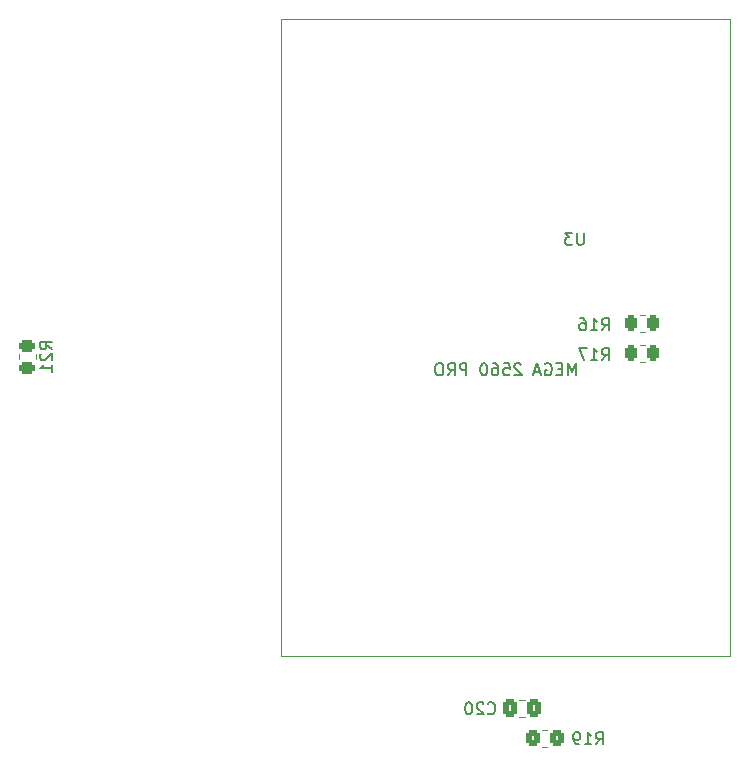
<source format=gbo>
G04 #@! TF.GenerationSoftware,KiCad,Pcbnew,(6.0.1)*
G04 #@! TF.CreationDate,2022-02-06T00:08:44-05:00*
G04 #@! TF.ProjectId,klxecu,6b6c7865-6375-42e6-9b69-6361645f7063,rev?*
G04 #@! TF.SameCoordinates,Original*
G04 #@! TF.FileFunction,Legend,Bot*
G04 #@! TF.FilePolarity,Positive*
%FSLAX46Y46*%
G04 Gerber Fmt 4.6, Leading zero omitted, Abs format (unit mm)*
G04 Created by KiCad (PCBNEW (6.0.1)) date 2022-02-06 00:08:44*
%MOMM*%
%LPD*%
G01*
G04 APERTURE LIST*
G04 Aperture macros list*
%AMRoundRect*
0 Rectangle with rounded corners*
0 $1 Rounding radius*
0 $2 $3 $4 $5 $6 $7 $8 $9 X,Y pos of 4 corners*
0 Add a 4 corners polygon primitive as box body*
4,1,4,$2,$3,$4,$5,$6,$7,$8,$9,$2,$3,0*
0 Add four circle primitives for the rounded corners*
1,1,$1+$1,$2,$3*
1,1,$1+$1,$4,$5*
1,1,$1+$1,$6,$7*
1,1,$1+$1,$8,$9*
0 Add four rect primitives between the rounded corners*
20,1,$1+$1,$2,$3,$4,$5,0*
20,1,$1+$1,$4,$5,$6,$7,0*
20,1,$1+$1,$6,$7,$8,$9,0*
20,1,$1+$1,$8,$9,$2,$3,0*%
G04 Aperture macros list end*
%ADD10C,0.150000*%
%ADD11C,0.120000*%
%ADD12C,4.400000*%
%ADD13C,1.500000*%
%ADD14R,1.700000X1.700000*%
%ADD15O,1.700000X1.700000*%
%ADD16O,3.500000X3.500000*%
%ADD17R,2.000000X1.905000*%
%ADD18O,2.000000X1.905000*%
%ADD19R,1.600000X1.600000*%
%ADD20O,1.600000X1.600000*%
%ADD21C,1.524000*%
%ADD22C,1.800000*%
%ADD23RoundRect,0.250000X0.450000X-0.262500X0.450000X0.262500X-0.450000X0.262500X-0.450000X-0.262500X0*%
%ADD24RoundRect,0.250000X-0.350000X-0.450000X0.350000X-0.450000X0.350000X0.450000X-0.350000X0.450000X0*%
%ADD25RoundRect,0.250000X0.262500X0.450000X-0.262500X0.450000X-0.262500X-0.450000X0.262500X-0.450000X0*%
%ADD26O,2.200000X2.200000*%
%ADD27R,2.200000X2.200000*%
%ADD28C,1.600000*%
%ADD29RoundRect,0.250000X-0.337500X-0.475000X0.337500X-0.475000X0.337500X0.475000X-0.337500X0.475000X0*%
%ADD30C,3.800000*%
%ADD31C,1.700000*%
G04 APERTURE END LIST*
D10*
X86486904Y-67904880D02*
X86486904Y-68714404D01*
X86439285Y-68809642D01*
X86391666Y-68857261D01*
X86296428Y-68904880D01*
X86105952Y-68904880D01*
X86010714Y-68857261D01*
X85963095Y-68809642D01*
X85915476Y-68714404D01*
X85915476Y-67904880D01*
X85534523Y-67904880D02*
X84915476Y-67904880D01*
X85248809Y-68285833D01*
X85105952Y-68285833D01*
X85010714Y-68333452D01*
X84963095Y-68381071D01*
X84915476Y-68476309D01*
X84915476Y-68714404D01*
X84963095Y-68809642D01*
X85010714Y-68857261D01*
X85105952Y-68904880D01*
X85391666Y-68904880D01*
X85486904Y-68857261D01*
X85534523Y-68809642D01*
X85794272Y-79947869D02*
X85794272Y-78947869D01*
X85460939Y-79662155D01*
X85127606Y-78947869D01*
X85127606Y-79947869D01*
X84651415Y-79424060D02*
X84318082Y-79424060D01*
X84175225Y-79947869D02*
X84651415Y-79947869D01*
X84651415Y-78947869D01*
X84175225Y-78947869D01*
X83222844Y-78995489D02*
X83318082Y-78947869D01*
X83460939Y-78947869D01*
X83603796Y-78995489D01*
X83699034Y-79090727D01*
X83746653Y-79185965D01*
X83794272Y-79376441D01*
X83794272Y-79519298D01*
X83746653Y-79709774D01*
X83699034Y-79805012D01*
X83603796Y-79900250D01*
X83460939Y-79947869D01*
X83365701Y-79947869D01*
X83222844Y-79900250D01*
X83175225Y-79852631D01*
X83175225Y-79519298D01*
X83365701Y-79519298D01*
X82794272Y-79662155D02*
X82318082Y-79662155D01*
X82889511Y-79947869D02*
X82556177Y-78947869D01*
X82222844Y-79947869D01*
X81175225Y-79043108D02*
X81127606Y-78995489D01*
X81032368Y-78947869D01*
X80794272Y-78947869D01*
X80699034Y-78995489D01*
X80651415Y-79043108D01*
X80603796Y-79138346D01*
X80603796Y-79233584D01*
X80651415Y-79376441D01*
X81222844Y-79947869D01*
X80603796Y-79947869D01*
X79699034Y-78947869D02*
X80175225Y-78947869D01*
X80222844Y-79424060D01*
X80175225Y-79376441D01*
X80079987Y-79328822D01*
X79841891Y-79328822D01*
X79746653Y-79376441D01*
X79699034Y-79424060D01*
X79651415Y-79519298D01*
X79651415Y-79757393D01*
X79699034Y-79852631D01*
X79746653Y-79900250D01*
X79841891Y-79947869D01*
X80079987Y-79947869D01*
X80175225Y-79900250D01*
X80222844Y-79852631D01*
X78794272Y-78947869D02*
X78984749Y-78947869D01*
X79079987Y-78995489D01*
X79127606Y-79043108D01*
X79222844Y-79185965D01*
X79270463Y-79376441D01*
X79270463Y-79757393D01*
X79222844Y-79852631D01*
X79175225Y-79900250D01*
X79079987Y-79947869D01*
X78889511Y-79947869D01*
X78794272Y-79900250D01*
X78746653Y-79852631D01*
X78699034Y-79757393D01*
X78699034Y-79519298D01*
X78746653Y-79424060D01*
X78794272Y-79376441D01*
X78889511Y-79328822D01*
X79079987Y-79328822D01*
X79175225Y-79376441D01*
X79222844Y-79424060D01*
X79270463Y-79519298D01*
X78079987Y-78947869D02*
X77984749Y-78947869D01*
X77889510Y-78995489D01*
X77841891Y-79043108D01*
X77794272Y-79138346D01*
X77746653Y-79328822D01*
X77746653Y-79566917D01*
X77794272Y-79757393D01*
X77841891Y-79852631D01*
X77889510Y-79900250D01*
X77984749Y-79947869D01*
X78079987Y-79947869D01*
X78175225Y-79900250D01*
X78222844Y-79852631D01*
X78270463Y-79757393D01*
X78318082Y-79566917D01*
X78318082Y-79328822D01*
X78270463Y-79138346D01*
X78222844Y-79043108D01*
X78175225Y-78995489D01*
X78079987Y-78947869D01*
X76556177Y-79947869D02*
X76556177Y-78947869D01*
X76175225Y-78947869D01*
X76079987Y-78995489D01*
X76032368Y-79043108D01*
X75984749Y-79138346D01*
X75984749Y-79281203D01*
X76032368Y-79376441D01*
X76079987Y-79424060D01*
X76175225Y-79471679D01*
X76556177Y-79471679D01*
X74984749Y-79947869D02*
X75318082Y-79471679D01*
X75556177Y-79947869D02*
X75556177Y-78947869D01*
X75175225Y-78947869D01*
X75079987Y-78995489D01*
X75032368Y-79043108D01*
X74984749Y-79138346D01*
X74984749Y-79281203D01*
X75032368Y-79376441D01*
X75079987Y-79424060D01*
X75175225Y-79471679D01*
X75556177Y-79471679D01*
X74365701Y-78947869D02*
X74175225Y-78947869D01*
X74079987Y-78995489D01*
X73984749Y-79090727D01*
X73937130Y-79281203D01*
X73937130Y-79614536D01*
X73984749Y-79805012D01*
X74079987Y-79900250D01*
X74175225Y-79947869D01*
X74365701Y-79947869D01*
X74460939Y-79900250D01*
X74556177Y-79805012D01*
X74603796Y-79614536D01*
X74603796Y-79281203D01*
X74556177Y-79090727D01*
X74460939Y-78995489D01*
X74365701Y-78947869D01*
X41472380Y-77739642D02*
X40996190Y-77406309D01*
X41472380Y-77168214D02*
X40472380Y-77168214D01*
X40472380Y-77549166D01*
X40520000Y-77644404D01*
X40567619Y-77692023D01*
X40662857Y-77739642D01*
X40805714Y-77739642D01*
X40900952Y-77692023D01*
X40948571Y-77644404D01*
X40996190Y-77549166D01*
X40996190Y-77168214D01*
X40567619Y-78120595D02*
X40520000Y-78168214D01*
X40472380Y-78263452D01*
X40472380Y-78501547D01*
X40520000Y-78596785D01*
X40567619Y-78644404D01*
X40662857Y-78692023D01*
X40758095Y-78692023D01*
X40900952Y-78644404D01*
X41472380Y-78072976D01*
X41472380Y-78692023D01*
X41472380Y-79644404D02*
X41472380Y-79072976D01*
X41472380Y-79358690D02*
X40472380Y-79358690D01*
X40615238Y-79263452D01*
X40710476Y-79168214D01*
X40758095Y-79072976D01*
X87510857Y-111196380D02*
X87844190Y-110720190D01*
X88082285Y-111196380D02*
X88082285Y-110196380D01*
X87701333Y-110196380D01*
X87606095Y-110244000D01*
X87558476Y-110291619D01*
X87510857Y-110386857D01*
X87510857Y-110529714D01*
X87558476Y-110624952D01*
X87606095Y-110672571D01*
X87701333Y-110720190D01*
X88082285Y-110720190D01*
X86558476Y-111196380D02*
X87129904Y-111196380D01*
X86844190Y-111196380D02*
X86844190Y-110196380D01*
X86939428Y-110339238D01*
X87034666Y-110434476D01*
X87129904Y-110482095D01*
X86082285Y-111196380D02*
X85891809Y-111196380D01*
X85796571Y-111148761D01*
X85748952Y-111101142D01*
X85653714Y-110958285D01*
X85606095Y-110767809D01*
X85606095Y-110386857D01*
X85653714Y-110291619D01*
X85701333Y-110244000D01*
X85796571Y-110196380D01*
X85987047Y-110196380D01*
X86082285Y-110244000D01*
X86129904Y-110291619D01*
X86177523Y-110386857D01*
X86177523Y-110624952D01*
X86129904Y-110720190D01*
X86082285Y-110767809D01*
X85987047Y-110815428D01*
X85796571Y-110815428D01*
X85701333Y-110767809D01*
X85653714Y-110720190D01*
X85606095Y-110624952D01*
X88018857Y-78684380D02*
X88352190Y-78208190D01*
X88590285Y-78684380D02*
X88590285Y-77684380D01*
X88209333Y-77684380D01*
X88114095Y-77732000D01*
X88066476Y-77779619D01*
X88018857Y-77874857D01*
X88018857Y-78017714D01*
X88066476Y-78112952D01*
X88114095Y-78160571D01*
X88209333Y-78208190D01*
X88590285Y-78208190D01*
X87066476Y-78684380D02*
X87637904Y-78684380D01*
X87352190Y-78684380D02*
X87352190Y-77684380D01*
X87447428Y-77827238D01*
X87542666Y-77922476D01*
X87637904Y-77970095D01*
X86733142Y-77684380D02*
X86066476Y-77684380D01*
X86495047Y-78684380D01*
X88018857Y-76144380D02*
X88352190Y-75668190D01*
X88590285Y-76144380D02*
X88590285Y-75144380D01*
X88209333Y-75144380D01*
X88114095Y-75192000D01*
X88066476Y-75239619D01*
X88018857Y-75334857D01*
X88018857Y-75477714D01*
X88066476Y-75572952D01*
X88114095Y-75620571D01*
X88209333Y-75668190D01*
X88590285Y-75668190D01*
X87066476Y-76144380D02*
X87637904Y-76144380D01*
X87352190Y-76144380D02*
X87352190Y-75144380D01*
X87447428Y-75287238D01*
X87542666Y-75382476D01*
X87637904Y-75430095D01*
X86209333Y-75144380D02*
X86399809Y-75144380D01*
X86495047Y-75192000D01*
X86542666Y-75239619D01*
X86637904Y-75382476D01*
X86685523Y-75572952D01*
X86685523Y-75953904D01*
X86637904Y-76049142D01*
X86590285Y-76096761D01*
X86495047Y-76144380D01*
X86304571Y-76144380D01*
X86209333Y-76096761D01*
X86161714Y-76049142D01*
X86114095Y-75953904D01*
X86114095Y-75715809D01*
X86161714Y-75620571D01*
X86209333Y-75572952D01*
X86304571Y-75525333D01*
X86495047Y-75525333D01*
X86590285Y-75572952D01*
X86637904Y-75620571D01*
X86685523Y-75715809D01*
X78366857Y-108561142D02*
X78414476Y-108608761D01*
X78557333Y-108656380D01*
X78652571Y-108656380D01*
X78795428Y-108608761D01*
X78890666Y-108513523D01*
X78938285Y-108418285D01*
X78985904Y-108227809D01*
X78985904Y-108084952D01*
X78938285Y-107894476D01*
X78890666Y-107799238D01*
X78795428Y-107704000D01*
X78652571Y-107656380D01*
X78557333Y-107656380D01*
X78414476Y-107704000D01*
X78366857Y-107751619D01*
X77985904Y-107751619D02*
X77938285Y-107704000D01*
X77843047Y-107656380D01*
X77604952Y-107656380D01*
X77509714Y-107704000D01*
X77462095Y-107751619D01*
X77414476Y-107846857D01*
X77414476Y-107942095D01*
X77462095Y-108084952D01*
X78033523Y-108656380D01*
X77414476Y-108656380D01*
X76795428Y-107656380D02*
X76700190Y-107656380D01*
X76604952Y-107704000D01*
X76557333Y-107751619D01*
X76509714Y-107846857D01*
X76462095Y-108037333D01*
X76462095Y-108275428D01*
X76509714Y-108465904D01*
X76557333Y-108561142D01*
X76604952Y-108608761D01*
X76700190Y-108656380D01*
X76795428Y-108656380D01*
X76890666Y-108608761D01*
X76938285Y-108561142D01*
X76985904Y-108465904D01*
X77033523Y-108275428D01*
X77033523Y-108037333D01*
X76985904Y-107846857D01*
X76938285Y-107751619D01*
X76890666Y-107704000D01*
X76795428Y-107656380D01*
D11*
X98889511Y-49755489D02*
X60889511Y-49755489D01*
X60889511Y-49755489D02*
X60889511Y-103755489D01*
X60889511Y-103755489D02*
X98889511Y-103755489D01*
X98889511Y-103755489D02*
X98889511Y-49755489D01*
X38635000Y-78609564D02*
X38635000Y-78155436D01*
X40105000Y-78609564D02*
X40105000Y-78155436D01*
X82957936Y-111427500D02*
X83412064Y-111427500D01*
X82957936Y-109957500D02*
X83412064Y-109957500D01*
X91667064Y-77370000D02*
X91212936Y-77370000D01*
X91667064Y-78840000D02*
X91212936Y-78840000D01*
X91667064Y-74830000D02*
X91212936Y-74830000D01*
X91667064Y-76300000D02*
X91212936Y-76300000D01*
X81018748Y-107417500D02*
X81541252Y-107417500D01*
X81018748Y-108887500D02*
X81541252Y-108887500D01*
%LPC*%
D12*
X101600000Y-36576000D03*
X102108000Y-116332000D03*
D13*
X50800000Y-101600000D03*
X48260000Y-101600000D03*
X45720000Y-101600000D03*
X38100000Y-101600000D03*
X40640000Y-101600000D03*
X71120000Y-109220000D03*
X71120000Y-106680000D03*
X68579523Y-109220000D03*
X68579523Y-106671449D03*
X66030973Y-111750973D03*
X66040000Y-109220000D03*
X66040000Y-106680000D03*
X63500000Y-111760000D03*
X63482423Y-109219999D03*
X63500000Y-106680000D03*
X60960000Y-111760000D03*
X60960000Y-109220000D03*
X60960000Y-106680000D03*
X58420000Y-111760000D03*
X58420000Y-109220000D03*
X55880000Y-111760000D03*
X55880000Y-109220000D03*
X53330259Y-111759285D03*
X53340000Y-109220000D03*
X50800000Y-111760000D03*
X50800000Y-109220000D03*
X48260000Y-111760000D03*
X48241947Y-109201947D03*
X45710973Y-109201947D03*
X45710973Y-111759285D03*
X43180000Y-111760000D03*
X43153635Y-109201947D03*
X58418571Y-104139999D03*
X58420000Y-106680000D03*
X55880000Y-106680000D03*
X53330259Y-106670973D03*
X50800000Y-106680000D03*
X48260000Y-106680000D03*
X45720000Y-106680000D03*
X43180000Y-106680000D03*
X40640000Y-106680000D03*
X38100000Y-106680000D03*
X38100000Y-104140000D03*
X40640000Y-104140000D03*
X43180000Y-104140000D03*
X45720000Y-104140000D03*
X48260000Y-104140000D03*
X50800000Y-104140000D03*
X53340000Y-104140000D03*
X55880000Y-104140000D03*
X55880000Y-101600000D03*
X53340000Y-101600000D03*
X43180000Y-101600000D03*
D14*
X39370000Y-110490000D03*
X74930000Y-113030000D03*
X74930000Y-106045000D03*
X94610000Y-109422500D03*
D15*
X97150000Y-109422500D03*
D14*
X94610000Y-113232500D03*
D15*
X97150000Y-113232500D03*
X97150000Y-105612500D03*
D14*
X94610000Y-105612500D03*
D16*
X55055000Y-93345000D03*
D17*
X38395000Y-90805000D03*
D18*
X38395000Y-93345000D03*
X38395000Y-95885000D03*
D19*
X58814022Y-55245000D03*
D20*
X56274022Y-55245000D03*
X53734022Y-55245000D03*
X51194022Y-55245000D03*
X48654022Y-55245000D03*
X46114022Y-55245000D03*
X43574022Y-55245000D03*
X41034022Y-55245000D03*
X41034022Y-67945000D03*
X43574022Y-67945000D03*
X46114022Y-67945000D03*
X48654022Y-67945000D03*
X51194022Y-67945000D03*
X53734022Y-67945000D03*
X56274022Y-67945000D03*
X58814022Y-67945000D03*
D19*
X80020000Y-113222500D03*
D20*
X82560000Y-113222500D03*
X85100000Y-113222500D03*
X87640000Y-113222500D03*
X87640000Y-105602500D03*
X85100000Y-105602500D03*
X82560000Y-105602500D03*
X80020000Y-105602500D03*
D21*
X95129511Y-51555489D03*
X97669511Y-51555489D03*
X97669511Y-64255489D03*
X95129511Y-64255489D03*
X97669511Y-61715489D03*
X97669511Y-54095489D03*
X95129511Y-54095489D03*
X72269511Y-99815489D03*
X72269511Y-102355489D03*
X69729511Y-99815489D03*
X69729511Y-102355489D03*
X67189511Y-99815489D03*
X67189511Y-102355489D03*
X64649511Y-102355489D03*
X62109511Y-102355489D03*
X64649511Y-99815489D03*
X62109511Y-99815489D03*
X64649511Y-97275489D03*
X62109511Y-97275489D03*
X64649511Y-94735489D03*
X62109511Y-94735489D03*
X64649511Y-92195489D03*
X62109511Y-92195489D03*
X64649511Y-89655489D03*
X62109511Y-89655489D03*
X64649511Y-87115489D03*
X62109511Y-87115489D03*
X64649511Y-84575489D03*
X62109511Y-84575489D03*
X97669511Y-102355489D03*
X95129511Y-102355489D03*
X97669511Y-99815489D03*
X95129511Y-99815489D03*
X97669511Y-97275489D03*
X95129511Y-97275489D03*
X97669511Y-94735489D03*
X95129511Y-94735489D03*
X97669511Y-92195489D03*
X95129511Y-92195489D03*
X97669511Y-89655489D03*
X95129511Y-89655489D03*
X97669511Y-87115489D03*
X95129511Y-87115489D03*
X97669511Y-84575489D03*
X95129511Y-84575489D03*
X97669511Y-82035489D03*
X95129511Y-82035489D03*
X97669511Y-79495489D03*
X95129511Y-79495489D03*
X97669511Y-76955489D03*
X95129511Y-76955489D03*
X97669511Y-74415489D03*
X95129511Y-74415489D03*
X97669511Y-71875489D03*
X95129511Y-71875489D03*
X97669511Y-69335489D03*
X95129511Y-69335489D03*
X97669511Y-66795489D03*
X95129511Y-66795489D03*
X95129511Y-61715489D03*
X64649511Y-82035489D03*
X62109511Y-82035489D03*
X64649511Y-79495489D03*
X62109511Y-79495489D03*
X64649511Y-76955489D03*
X62109511Y-76955489D03*
X64649511Y-74415489D03*
X62109511Y-74415489D03*
X64649511Y-71875489D03*
X62109511Y-71875489D03*
X64649511Y-69335489D03*
X62109511Y-69335489D03*
X64649511Y-66795489D03*
X62109511Y-66795489D03*
X64649511Y-64255489D03*
X62109511Y-64255489D03*
X95129511Y-56635489D03*
X97669511Y-56635489D03*
X95129511Y-59175489D03*
X97669511Y-59175489D03*
D22*
X51375000Y-45450000D03*
X43875000Y-43450000D03*
D23*
X39370000Y-77470000D03*
X39370000Y-79295000D03*
D24*
X82185000Y-110692500D03*
X84185000Y-110692500D03*
D25*
X92352500Y-78105000D03*
X90527500Y-78105000D03*
X92352500Y-75565000D03*
X90527500Y-75565000D03*
D14*
X48260000Y-74930000D03*
D15*
X48260000Y-77470000D03*
X50785000Y-51816000D03*
X53325000Y-51816000D03*
D14*
X55865000Y-51816000D03*
X39370000Y-82550000D03*
D20*
X71959511Y-81260489D03*
X74499511Y-81260489D03*
X77039511Y-81260489D03*
X79579511Y-81260489D03*
X79579511Y-88880489D03*
X77039511Y-88880489D03*
X74499511Y-88880489D03*
D19*
X71959511Y-88880489D03*
D20*
X83195000Y-53330000D03*
X85735000Y-53330000D03*
X88275000Y-53330000D03*
X90815000Y-53330000D03*
X90815000Y-60950000D03*
X88275000Y-60950000D03*
X85735000Y-60950000D03*
D19*
X83195000Y-60950000D03*
D14*
X100844511Y-51555489D03*
D15*
X100844511Y-54095489D03*
X100844511Y-56635489D03*
X100844511Y-59175489D03*
X100844511Y-61715489D03*
X100844511Y-64255489D03*
D14*
X90684511Y-95235000D03*
D15*
X88144511Y-95235000D03*
X90684511Y-92695000D03*
X88144511Y-92695000D03*
X90684511Y-90155000D03*
X88144511Y-90155000D03*
D19*
X83195000Y-72077500D03*
D20*
X85735000Y-72077500D03*
X88275000Y-72077500D03*
X90815000Y-72077500D03*
X90815000Y-64457500D03*
X88275000Y-64457500D03*
X85735000Y-64457500D03*
X83195000Y-64457500D03*
D26*
X82944022Y-100965000D03*
D27*
X75324022Y-100965000D03*
X78499022Y-96520000D03*
D26*
X70879022Y-96520000D03*
D28*
X43839887Y-50165000D03*
D19*
X41339887Y-50165000D03*
D29*
X82317500Y-108152500D03*
X80242500Y-108152500D03*
D30*
X29720000Y-104400000D03*
X29720000Y-53400000D03*
D31*
X33020000Y-59600000D03*
X33020000Y-61800000D03*
X33020000Y-64000000D03*
X33020000Y-66200000D03*
X33020000Y-68400000D03*
X33020000Y-70600000D03*
X33020000Y-72800000D03*
X33020000Y-75000000D03*
X33020000Y-77200000D03*
X33020000Y-79400000D03*
X33020000Y-81600000D03*
X33020000Y-83800000D03*
X33020000Y-86000000D03*
X33020000Y-88200000D03*
X33020000Y-90400000D03*
X33020000Y-92600000D03*
X33020000Y-95400000D03*
X33020000Y-98200000D03*
X30020000Y-59600000D03*
X30020000Y-61800000D03*
X30020000Y-64000000D03*
X30020000Y-66200000D03*
X30020000Y-68400000D03*
X30020000Y-70600000D03*
X30020000Y-72800000D03*
X30020000Y-75000000D03*
X30020000Y-77200000D03*
X30020000Y-79400000D03*
X30020000Y-81600000D03*
X30020000Y-83800000D03*
X30020000Y-86000000D03*
X30020000Y-88200000D03*
X30020000Y-90400000D03*
X30020000Y-92600000D03*
X30020000Y-95400000D03*
X30020000Y-98200000D03*
D12*
X29845000Y-43815000D03*
X29845000Y-114808000D03*
M02*

</source>
